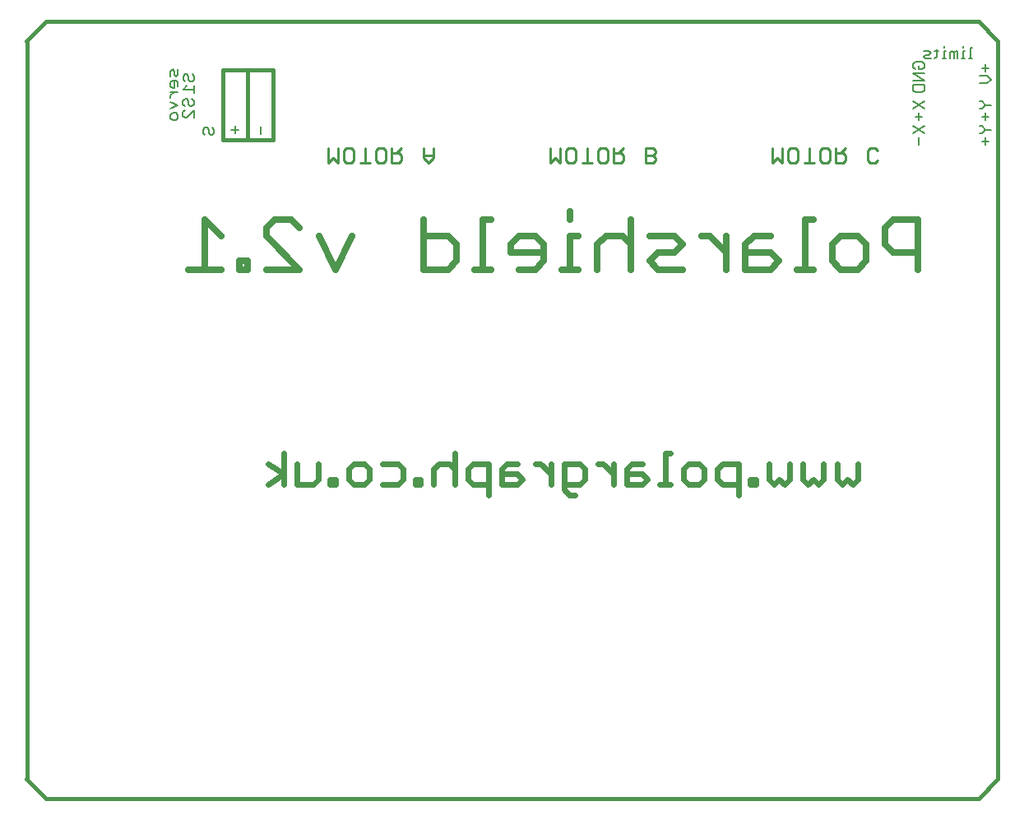
<source format=gbo>
G75*
%MOIN*%
%OFA0B0*%
%FSLAX25Y25*%
%IPPOS*%
%LPD*%
%AMOC8*
5,1,8,0,0,1.08239X$1,22.5*
%
%ADD10C,0.01600*%
%ADD11C,0.02800*%
%ADD12C,0.02300*%
%ADD13C,0.00600*%
%ADD14C,0.01000*%
D10*
X0021800Y0024674D02*
X0029674Y0016800D01*
X0407627Y0016800D01*
X0415501Y0024674D01*
X0415501Y0323887D01*
X0407627Y0331761D01*
X0029674Y0331761D01*
X0021800Y0323887D01*
X0022001Y0323887D02*
X0022001Y0024674D01*
X0101564Y0283717D02*
X0101564Y0312245D01*
X0111406Y0312245D01*
X0121855Y0312245D01*
X0121855Y0283717D01*
X0111406Y0283717D01*
X0101564Y0283717D01*
X0111406Y0283717D02*
X0111406Y0312245D01*
D11*
X0122495Y0251465D02*
X0129234Y0251465D01*
X0132604Y0248095D01*
X0140303Y0244725D02*
X0147043Y0231247D01*
X0153782Y0244725D01*
X0132604Y0231247D02*
X0119125Y0244725D01*
X0119125Y0248095D01*
X0122495Y0251465D01*
X0111425Y0234617D02*
X0108056Y0234617D01*
X0108056Y0231247D01*
X0111425Y0231247D01*
X0111425Y0234617D01*
X0119125Y0231247D02*
X0132604Y0231247D01*
X0100836Y0231247D02*
X0087358Y0231247D01*
X0094097Y0231247D02*
X0094097Y0251465D01*
X0100836Y0244725D01*
X0182660Y0244725D02*
X0192768Y0244725D01*
X0196138Y0241356D01*
X0196138Y0234617D01*
X0192768Y0231247D01*
X0182660Y0231247D01*
X0182660Y0251465D01*
X0206887Y0251465D02*
X0206887Y0231247D01*
X0210257Y0231247D02*
X0203517Y0231247D01*
X0217956Y0237986D02*
X0217956Y0241356D01*
X0221326Y0244725D01*
X0228065Y0244725D01*
X0231435Y0241356D01*
X0231435Y0234617D01*
X0228065Y0231247D01*
X0221326Y0231247D01*
X0217956Y0237986D02*
X0231435Y0237986D01*
X0238814Y0231247D02*
X0245553Y0231247D01*
X0242184Y0231247D02*
X0242184Y0244725D01*
X0245553Y0244725D01*
X0242184Y0251465D02*
X0242184Y0254834D01*
X0253253Y0241356D02*
X0256623Y0244725D01*
X0263362Y0244725D01*
X0266731Y0241356D01*
X0274431Y0244725D02*
X0284540Y0244725D01*
X0287910Y0241356D01*
X0284540Y0237986D01*
X0277801Y0237986D01*
X0274431Y0234617D01*
X0277801Y0231247D01*
X0287910Y0231247D01*
X0295449Y0244725D02*
X0298819Y0244725D01*
X0305558Y0237986D01*
X0313258Y0237986D02*
X0323367Y0237986D01*
X0326736Y0234617D01*
X0323367Y0231247D01*
X0313258Y0231247D01*
X0313258Y0241356D01*
X0316627Y0244725D01*
X0323367Y0244725D01*
X0337485Y0251465D02*
X0337485Y0231247D01*
X0334116Y0231247D02*
X0340855Y0231247D01*
X0348555Y0234617D02*
X0348555Y0241356D01*
X0351924Y0244725D01*
X0358663Y0244725D01*
X0362033Y0241356D01*
X0362033Y0234617D01*
X0358663Y0231247D01*
X0351924Y0231247D01*
X0348555Y0234617D01*
X0340855Y0251465D02*
X0337485Y0251465D01*
X0305558Y0244725D02*
X0305558Y0231247D01*
X0266731Y0231247D02*
X0266731Y0251465D01*
X0253253Y0241356D02*
X0253253Y0231247D01*
X0210257Y0251465D02*
X0206887Y0251465D01*
X0369733Y0248095D02*
X0369733Y0241356D01*
X0373102Y0237986D01*
X0383211Y0237986D01*
X0383211Y0231247D02*
X0383211Y0251465D01*
X0373102Y0251465D01*
X0369733Y0248095D01*
D12*
X0282795Y0156803D02*
X0280677Y0156803D01*
X0280677Y0144092D01*
X0282795Y0144092D02*
X0278558Y0144092D01*
X0273587Y0146210D02*
X0271469Y0148329D01*
X0265114Y0148329D01*
X0265114Y0150447D02*
X0265114Y0144092D01*
X0271469Y0144092D01*
X0273587Y0146210D01*
X0271469Y0152566D02*
X0267232Y0152566D01*
X0265114Y0150447D01*
X0259776Y0148329D02*
X0255539Y0152566D01*
X0253420Y0152566D01*
X0248266Y0150447D02*
X0248266Y0146210D01*
X0246147Y0144092D01*
X0239792Y0144092D01*
X0239792Y0141973D02*
X0239792Y0152566D01*
X0246147Y0152566D01*
X0248266Y0150447D01*
X0244029Y0139855D02*
X0241910Y0139855D01*
X0239792Y0141973D01*
X0234454Y0144092D02*
X0234454Y0152566D01*
X0234454Y0148329D02*
X0230217Y0152566D01*
X0228099Y0152566D01*
X0220826Y0152566D02*
X0216589Y0152566D01*
X0214470Y0150447D01*
X0214470Y0144092D01*
X0220826Y0144092D01*
X0222944Y0146210D01*
X0220826Y0148329D01*
X0214470Y0148329D01*
X0209132Y0152566D02*
X0202777Y0152566D01*
X0200659Y0150447D01*
X0200659Y0146210D01*
X0202777Y0144092D01*
X0209132Y0144092D01*
X0209132Y0139855D02*
X0209132Y0152566D01*
X0195321Y0150447D02*
X0193202Y0152566D01*
X0188965Y0152566D01*
X0186847Y0150447D01*
X0186847Y0144092D01*
X0181509Y0144092D02*
X0179390Y0144092D01*
X0179390Y0146210D01*
X0181509Y0146210D01*
X0181509Y0144092D01*
X0174603Y0146210D02*
X0172484Y0144092D01*
X0166129Y0144092D01*
X0160791Y0146210D02*
X0160791Y0150447D01*
X0158673Y0152566D01*
X0154436Y0152566D01*
X0152317Y0150447D01*
X0152317Y0146210D01*
X0154436Y0144092D01*
X0158673Y0144092D01*
X0160791Y0146210D01*
X0166129Y0152566D02*
X0172484Y0152566D01*
X0174603Y0150447D01*
X0174603Y0146210D01*
X0195321Y0144092D02*
X0195321Y0156803D01*
X0146979Y0146210D02*
X0144861Y0146210D01*
X0144861Y0144092D01*
X0146979Y0144092D01*
X0146979Y0146210D01*
X0140073Y0146210D02*
X0137955Y0144092D01*
X0131600Y0144092D01*
X0131600Y0152566D01*
X0126262Y0156803D02*
X0126262Y0144092D01*
X0126262Y0148329D02*
X0119906Y0152566D01*
X0126262Y0148329D02*
X0119906Y0144092D01*
X0140073Y0146210D02*
X0140073Y0152566D01*
X0259776Y0152566D02*
X0259776Y0144092D01*
X0288133Y0146210D02*
X0288133Y0150447D01*
X0290252Y0152566D01*
X0294489Y0152566D01*
X0296607Y0150447D01*
X0296607Y0146210D01*
X0294489Y0144092D01*
X0290252Y0144092D01*
X0288133Y0146210D01*
X0301945Y0146210D02*
X0304064Y0144092D01*
X0310419Y0144092D01*
X0310419Y0139855D02*
X0310419Y0152566D01*
X0304064Y0152566D01*
X0301945Y0150447D01*
X0301945Y0146210D01*
X0315206Y0146210D02*
X0315206Y0144092D01*
X0317325Y0144092D01*
X0317325Y0146210D01*
X0315206Y0146210D01*
X0322663Y0146210D02*
X0322663Y0152566D01*
X0322663Y0146210D02*
X0324781Y0144092D01*
X0326900Y0146210D01*
X0329018Y0144092D01*
X0331137Y0146210D01*
X0331137Y0152566D01*
X0336475Y0152566D02*
X0336475Y0146210D01*
X0338593Y0144092D01*
X0340711Y0146210D01*
X0342830Y0144092D01*
X0344948Y0146210D01*
X0344948Y0152566D01*
X0350286Y0152566D02*
X0350286Y0146210D01*
X0352405Y0144092D01*
X0354523Y0146210D01*
X0356642Y0144092D01*
X0358760Y0146210D01*
X0358760Y0152566D01*
D13*
X0383452Y0281736D02*
X0383452Y0284672D01*
X0385654Y0286340D02*
X0381250Y0289276D01*
X0381250Y0286340D02*
X0385654Y0289276D01*
X0383452Y0291736D02*
X0383452Y0294672D01*
X0381984Y0293204D02*
X0384920Y0293204D01*
X0385654Y0296340D02*
X0381250Y0299276D01*
X0381250Y0296340D02*
X0385654Y0299276D01*
X0384920Y0303132D02*
X0381984Y0303132D01*
X0381250Y0303866D01*
X0381250Y0306068D01*
X0385654Y0306068D01*
X0385654Y0303866D01*
X0384920Y0303132D01*
X0385654Y0307736D02*
X0381250Y0307736D01*
X0381250Y0310672D02*
X0385654Y0307736D01*
X0385654Y0310672D02*
X0381250Y0310672D01*
X0381984Y0312340D02*
X0381250Y0313074D01*
X0381250Y0314542D01*
X0381984Y0315276D01*
X0384920Y0315276D01*
X0385654Y0314542D01*
X0385654Y0313074D01*
X0384920Y0312340D01*
X0383452Y0312340D01*
X0383452Y0313808D01*
X0386141Y0316754D02*
X0385408Y0317488D01*
X0386141Y0318221D01*
X0387609Y0318221D01*
X0388343Y0318955D01*
X0387609Y0319689D01*
X0385408Y0319689D01*
X0386141Y0316754D02*
X0388343Y0316754D01*
X0389945Y0316754D02*
X0390679Y0317488D01*
X0390679Y0320423D01*
X0391413Y0319689D02*
X0389945Y0319689D01*
X0393748Y0319689D02*
X0393748Y0316754D01*
X0394482Y0316754D02*
X0393014Y0316754D01*
X0393748Y0319689D02*
X0394482Y0319689D01*
X0393748Y0321157D02*
X0393748Y0321891D01*
X0396150Y0318955D02*
X0396150Y0316754D01*
X0397618Y0316754D02*
X0397618Y0318955D01*
X0396884Y0319689D01*
X0396150Y0318955D01*
X0397618Y0318955D02*
X0398352Y0319689D01*
X0399086Y0319689D01*
X0399086Y0316754D01*
X0400687Y0316754D02*
X0402155Y0316754D01*
X0401421Y0316754D02*
X0401421Y0319689D01*
X0402155Y0319689D01*
X0401421Y0321157D02*
X0401421Y0321891D01*
X0404490Y0321157D02*
X0404490Y0316754D01*
X0405224Y0316754D02*
X0403756Y0316754D01*
X0408984Y0312808D02*
X0411920Y0312808D01*
X0410452Y0314276D02*
X0410452Y0311340D01*
X0411186Y0309672D02*
X0408250Y0309672D01*
X0411186Y0309672D02*
X0412654Y0308204D01*
X0411186Y0306736D01*
X0408250Y0306736D01*
X0408250Y0299276D02*
X0408984Y0299276D01*
X0410452Y0297808D01*
X0412654Y0297808D01*
X0410452Y0297808D02*
X0408984Y0296340D01*
X0408250Y0296340D01*
X0410452Y0294672D02*
X0410452Y0291736D01*
X0408984Y0293204D02*
X0411920Y0293204D01*
X0408984Y0289276D02*
X0410452Y0287808D01*
X0412654Y0287808D01*
X0410452Y0287808D02*
X0408984Y0286340D01*
X0408250Y0286340D01*
X0410452Y0284672D02*
X0410452Y0281736D01*
X0408984Y0283204D02*
X0411920Y0283204D01*
X0408984Y0289276D02*
X0408250Y0289276D01*
X0405224Y0321157D02*
X0404490Y0321157D01*
X0116688Y0289063D02*
X0116688Y0286127D01*
X0107799Y0287912D02*
X0104863Y0287912D01*
X0106331Y0289380D02*
X0106331Y0286444D01*
X0097890Y0286440D02*
X0097890Y0287908D01*
X0097156Y0288642D01*
X0095688Y0287908D02*
X0095688Y0286440D01*
X0096422Y0285706D01*
X0097156Y0285706D01*
X0097890Y0286440D01*
X0095688Y0287908D02*
X0094954Y0288642D01*
X0094220Y0288642D01*
X0093486Y0287908D01*
X0093486Y0286440D01*
X0094220Y0285706D01*
X0089654Y0292736D02*
X0089654Y0295672D01*
X0086718Y0292736D01*
X0085984Y0292736D01*
X0085250Y0293470D01*
X0085250Y0294938D01*
X0085984Y0295672D01*
X0085984Y0297340D02*
X0085250Y0298074D01*
X0085250Y0299542D01*
X0085984Y0300276D01*
X0086718Y0300276D01*
X0087452Y0299542D01*
X0087452Y0298074D01*
X0088186Y0297340D01*
X0088920Y0297340D01*
X0089654Y0298074D01*
X0089654Y0299542D01*
X0088920Y0300276D01*
X0089705Y0302736D02*
X0089705Y0305672D01*
X0089705Y0304204D02*
X0085301Y0304204D01*
X0086769Y0305672D01*
X0086035Y0307340D02*
X0085301Y0308074D01*
X0085301Y0309542D01*
X0086035Y0310276D01*
X0086769Y0310276D01*
X0087503Y0309542D01*
X0087503Y0308074D01*
X0088237Y0307340D01*
X0088971Y0307340D01*
X0089705Y0308074D01*
X0089705Y0309542D01*
X0088971Y0310276D01*
X0083154Y0310074D02*
X0082420Y0309340D01*
X0081686Y0310074D01*
X0081686Y0311542D01*
X0080952Y0312276D01*
X0080218Y0311542D01*
X0080218Y0309340D01*
X0080952Y0307672D02*
X0080218Y0306938D01*
X0080218Y0305470D01*
X0080952Y0304736D01*
X0081686Y0304736D01*
X0081686Y0307672D01*
X0082420Y0307672D02*
X0080952Y0307672D01*
X0082420Y0307672D02*
X0083154Y0306938D01*
X0083154Y0305470D01*
X0083154Y0303068D02*
X0080218Y0303068D01*
X0081686Y0303068D02*
X0080218Y0301600D01*
X0080218Y0300866D01*
X0080218Y0299231D02*
X0083154Y0297763D01*
X0080218Y0296295D01*
X0080952Y0294627D02*
X0080218Y0293893D01*
X0080218Y0292425D01*
X0080952Y0291691D01*
X0082420Y0291691D01*
X0083154Y0292425D01*
X0083154Y0293893D01*
X0082420Y0294627D01*
X0080952Y0294627D01*
X0083154Y0310074D02*
X0083154Y0312276D01*
D14*
X0144095Y0280528D02*
X0144095Y0274523D01*
X0146097Y0276525D01*
X0148099Y0274523D01*
X0148099Y0280528D01*
X0150541Y0279527D02*
X0150541Y0275524D01*
X0151542Y0274523D01*
X0153543Y0274523D01*
X0154544Y0275524D01*
X0154544Y0279527D01*
X0153543Y0280528D01*
X0151542Y0280528D01*
X0150541Y0279527D01*
X0156986Y0274523D02*
X0160990Y0274523D01*
X0158988Y0274523D02*
X0158988Y0280528D01*
X0163432Y0279527D02*
X0163432Y0275524D01*
X0164433Y0274523D01*
X0166434Y0274523D01*
X0167435Y0275524D01*
X0167435Y0279527D01*
X0166434Y0280528D01*
X0164433Y0280528D01*
X0163432Y0279527D01*
X0169877Y0278527D02*
X0172880Y0278527D01*
X0173881Y0277526D01*
X0173881Y0275524D01*
X0172880Y0274523D01*
X0169877Y0274523D01*
X0169877Y0280528D01*
X0171879Y0278527D02*
X0173881Y0280528D01*
X0182768Y0280528D02*
X0182768Y0276525D01*
X0184770Y0274523D01*
X0186772Y0276525D01*
X0186772Y0280528D01*
X0186772Y0277526D02*
X0182768Y0277526D01*
X0234095Y0280528D02*
X0234095Y0274523D01*
X0236097Y0276525D01*
X0238099Y0274523D01*
X0238099Y0280528D01*
X0240541Y0279527D02*
X0241542Y0280528D01*
X0243543Y0280528D01*
X0244544Y0279527D01*
X0244544Y0275524D01*
X0243543Y0274523D01*
X0241542Y0274523D01*
X0240541Y0275524D01*
X0240541Y0279527D01*
X0246986Y0274523D02*
X0250990Y0274523D01*
X0248988Y0274523D02*
X0248988Y0280528D01*
X0253432Y0279527D02*
X0253432Y0275524D01*
X0254433Y0274523D01*
X0256434Y0274523D01*
X0257435Y0275524D01*
X0257435Y0279527D01*
X0256434Y0280528D01*
X0254433Y0280528D01*
X0253432Y0279527D01*
X0259877Y0278527D02*
X0262880Y0278527D01*
X0263881Y0277526D01*
X0263881Y0275524D01*
X0262880Y0274523D01*
X0259877Y0274523D01*
X0259877Y0280528D01*
X0261879Y0278527D02*
X0263881Y0280528D01*
X0272768Y0280528D02*
X0272768Y0274523D01*
X0275771Y0274523D01*
X0276772Y0275524D01*
X0276772Y0276525D01*
X0275771Y0277526D01*
X0272768Y0277526D01*
X0272768Y0280528D02*
X0275771Y0280528D01*
X0276772Y0279527D01*
X0276772Y0278527D01*
X0275771Y0277526D01*
X0324095Y0280528D02*
X0324095Y0274523D01*
X0326097Y0276525D01*
X0328099Y0274523D01*
X0328099Y0280528D01*
X0330541Y0279527D02*
X0330541Y0275524D01*
X0331542Y0274523D01*
X0333543Y0274523D01*
X0334544Y0275524D01*
X0334544Y0279527D01*
X0333543Y0280528D01*
X0331542Y0280528D01*
X0330541Y0279527D01*
X0336986Y0274523D02*
X0340990Y0274523D01*
X0338988Y0274523D02*
X0338988Y0280528D01*
X0343432Y0279527D02*
X0343432Y0275524D01*
X0344433Y0274523D01*
X0346434Y0274523D01*
X0347435Y0275524D01*
X0347435Y0279527D01*
X0346434Y0280528D01*
X0344433Y0280528D01*
X0343432Y0279527D01*
X0349877Y0278527D02*
X0352880Y0278527D01*
X0353881Y0277526D01*
X0353881Y0275524D01*
X0352880Y0274523D01*
X0349877Y0274523D01*
X0349877Y0280528D01*
X0351879Y0278527D02*
X0353881Y0280528D01*
X0362768Y0279527D02*
X0362768Y0275524D01*
X0363769Y0274523D01*
X0365771Y0274523D01*
X0366772Y0275524D01*
X0366772Y0279527D02*
X0365771Y0280528D01*
X0363769Y0280528D01*
X0362768Y0279527D01*
M02*

</source>
